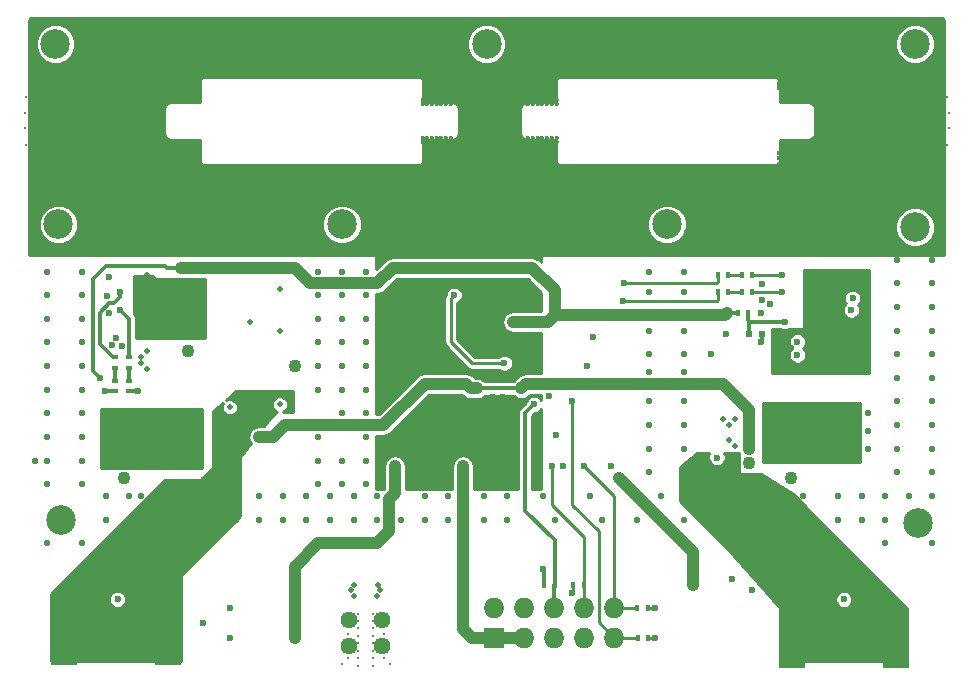
<source format=gbr>
G04 #@! TF.FileFunction,Copper,L4,Bot,Signal*
%FSLAX46Y46*%
G04 Gerber Fmt 4.6, Leading zero omitted, Abs format (unit mm)*
G04 Created by KiCad (PCBNEW 4.0.7) date Sun May 20 15:45:54 2018*
%MOMM*%
%LPD*%
G01*
G04 APERTURE LIST*
%ADD10C,0.100000*%
%ADD11C,0.550000*%
%ADD12R,0.400000X0.600000*%
%ADD13C,1.100000*%
%ADD14R,2.290000X5.080000*%
%ADD15C,0.360000*%
%ADD16R,0.600000X0.500000*%
%ADD17R,1.727200X1.727200*%
%ADD18O,1.727200X1.727200*%
%ADD19R,0.600000X0.400000*%
%ADD20C,2.500000*%
%ADD21C,1.440000*%
%ADD22C,0.254000*%
%ADD23C,0.600000*%
%ADD24C,0.510000*%
%ADD25C,1.000000*%
%ADD26C,0.340000*%
%ADD27C,0.250000*%
%ADD28C,0.254000*%
G04 APERTURE END LIST*
D10*
D11*
X188750000Y-28250000D03*
X128000000Y-26000000D03*
X130000000Y-31250000D03*
X124250000Y-28500000D03*
X125500000Y-28500000D03*
X127000000Y-28500000D03*
X127000000Y-29750000D03*
X125500000Y-32500000D03*
X124250000Y-31500000D03*
X185750000Y-29250000D03*
X185750000Y-32500000D03*
X183750000Y-32500000D03*
X183750000Y-31500000D03*
X186250000Y-28500000D03*
X190000000Y-28250000D03*
X133500000Y-52250000D03*
X133250000Y-55000000D03*
X135000000Y-55000000D03*
X133000000Y-57000000D03*
X135000000Y-57000000D03*
X129000000Y-69000000D03*
X121000000Y-69000000D03*
X125000000Y-65000000D03*
X129000000Y-66000000D03*
X127000000Y-63000000D03*
X131000000Y-63000000D03*
X139750000Y-51250000D03*
X137750000Y-52250000D03*
X179250000Y-65500000D03*
X190250000Y-69250000D03*
X182750000Y-69250000D03*
X179000000Y-62500000D03*
X182000000Y-65500000D03*
X186000000Y-64000000D03*
X133500000Y-59000000D03*
X133500000Y-61000000D03*
X181500000Y-61000000D03*
X179750000Y-59000000D03*
X130750000Y-36750000D03*
X130750000Y-38000000D03*
X129500000Y-37250000D03*
X156500000Y-25750000D03*
X156500000Y-29000000D03*
X119500000Y-31000000D03*
X189000000Y-32500000D03*
X191000000Y-32500000D03*
X191000000Y-31000000D03*
X194000000Y-31000000D03*
X156000000Y-49100000D03*
X157300000Y-49100000D03*
X158600000Y-49100000D03*
X186200000Y-44400000D03*
X184100000Y-44500000D03*
X183300000Y-44400000D03*
X183300000Y-41500000D03*
X186200000Y-41500000D03*
X126800000Y-44400000D03*
X129300000Y-44000000D03*
X129700000Y-44500000D03*
X129700000Y-41500000D03*
X126800000Y-41500000D03*
X173000000Y-48500000D03*
X170000000Y-48500000D03*
X170000000Y-41750000D03*
X173000000Y-41750000D03*
X166000000Y-61000000D03*
X162000000Y-61000000D03*
X147000000Y-59000000D03*
X147000000Y-61000000D03*
X143000000Y-61000000D03*
X143000000Y-59000000D03*
X141000000Y-61000000D03*
X141000000Y-59000000D03*
X139000000Y-59000000D03*
X139000000Y-61000000D03*
X137000000Y-61000000D03*
X137000000Y-59000000D03*
X145000000Y-61000000D03*
X145000000Y-59000000D03*
X144000000Y-52000000D03*
X146000000Y-52000000D03*
X146000000Y-40000000D03*
X144000000Y-40000000D03*
X142000000Y-40000000D03*
X142000000Y-42000000D03*
X144000000Y-42000000D03*
X146000000Y-42000000D03*
X146000000Y-44000000D03*
X144000000Y-44000000D03*
X142000000Y-44000000D03*
X142000000Y-46000000D03*
X144000000Y-46000000D03*
X146000000Y-46000000D03*
X146000000Y-48000000D03*
X144000000Y-48000000D03*
X142000000Y-48000000D03*
X144000000Y-50000000D03*
X142000000Y-50000000D03*
X146000000Y-50000000D03*
X146000000Y-54000000D03*
X142000000Y-54000000D03*
X144000000Y-58000000D03*
X144000000Y-56000000D03*
X146000000Y-56000000D03*
X142000000Y-56000000D03*
X142000000Y-58000000D03*
X146000000Y-58000000D03*
X149000000Y-61000000D03*
X151000000Y-59000000D03*
X151000000Y-61000000D03*
X153000000Y-61000000D03*
X153000000Y-59000000D03*
X156000000Y-59000000D03*
X156000000Y-61000000D03*
X158000000Y-61000000D03*
X158000000Y-59000000D03*
X161000000Y-59000000D03*
X165000000Y-59000000D03*
X135000000Y-61000000D03*
X135000000Y-59000000D03*
X132000000Y-61000000D03*
X132000000Y-59000000D03*
X130000000Y-59000000D03*
X130000000Y-61000000D03*
X127000000Y-61000000D03*
X127000000Y-59000000D03*
X126000000Y-59000000D03*
X126000000Y-61000000D03*
X124000000Y-59000000D03*
X124000000Y-63000000D03*
X119000000Y-63000000D03*
X122000000Y-63000000D03*
X122000000Y-58000000D03*
X119000000Y-58000000D03*
X119000000Y-56000000D03*
X122000000Y-56000000D03*
X122000000Y-54000000D03*
X119000000Y-54000000D03*
X119000000Y-52000000D03*
X122000000Y-52000000D03*
X122000000Y-50000000D03*
X119000000Y-50000000D03*
X119000000Y-48000000D03*
X122000000Y-48000000D03*
X122000000Y-46000000D03*
X119000000Y-46000000D03*
X119000000Y-44000000D03*
X122000000Y-44000000D03*
X122000000Y-42000000D03*
X119000000Y-42000000D03*
X119000000Y-40000000D03*
X122000000Y-40000000D03*
X118000000Y-38500000D03*
X121000000Y-38500000D03*
X122500000Y-38500000D03*
X125500000Y-38500000D03*
X127000000Y-38500000D03*
X127000000Y-37250000D03*
X125500000Y-37000000D03*
X124000000Y-36000000D03*
X122500000Y-34500000D03*
X121000000Y-33000000D03*
X118000000Y-33000000D03*
X118000000Y-22000000D03*
X118000000Y-23750000D03*
X156500000Y-33000000D03*
X156500000Y-31500000D03*
X156500000Y-23500000D03*
X157500000Y-23000000D03*
X155000000Y-23000000D03*
X153000000Y-23000000D03*
X153000000Y-21000000D03*
X153000000Y-19000000D03*
X189500000Y-23000000D03*
X189500000Y-21000000D03*
X189500000Y-19000000D03*
X179500000Y-23000000D03*
X179500000Y-21000000D03*
X179500000Y-19000000D03*
X181500000Y-23000000D03*
X181500000Y-21000000D03*
X183500000Y-19000000D03*
X183500000Y-23000000D03*
X183500000Y-21000000D03*
X181500000Y-19000000D03*
X185500000Y-23000000D03*
X187500000Y-21000000D03*
X187500000Y-23000000D03*
X187500000Y-19000000D03*
X185500000Y-19000000D03*
X185500000Y-21000000D03*
X169500000Y-23000000D03*
X169500000Y-21000000D03*
X169500000Y-19000000D03*
X171500000Y-23000000D03*
X171500000Y-21000000D03*
X173500000Y-19000000D03*
X173500000Y-23000000D03*
X173500000Y-21000000D03*
X171500000Y-19000000D03*
X175500000Y-23000000D03*
X177500000Y-21000000D03*
X177500000Y-23000000D03*
X177500000Y-19000000D03*
X175500000Y-19000000D03*
X175500000Y-21000000D03*
X159500000Y-23000000D03*
X159500000Y-21000000D03*
X159500000Y-19000000D03*
X161500000Y-23000000D03*
X161500000Y-21000000D03*
X163500000Y-19000000D03*
X163500000Y-23000000D03*
X163500000Y-21000000D03*
X161500000Y-19000000D03*
X165500000Y-23000000D03*
X167500000Y-21000000D03*
X167500000Y-23000000D03*
X167500000Y-19000000D03*
X165500000Y-19000000D03*
X165500000Y-21000000D03*
X143000000Y-23000000D03*
X143000000Y-21000000D03*
X143000000Y-19000000D03*
X145000000Y-23000000D03*
X145000000Y-21000000D03*
X147000000Y-19000000D03*
X147000000Y-23000000D03*
X147000000Y-21000000D03*
X145000000Y-19000000D03*
X149000000Y-23000000D03*
X151000000Y-21000000D03*
X151000000Y-23000000D03*
X151000000Y-19000000D03*
X149000000Y-19000000D03*
X149000000Y-21000000D03*
X133000000Y-23000000D03*
X133000000Y-21000000D03*
X133000000Y-19000000D03*
X135000000Y-23000000D03*
X135000000Y-21000000D03*
X137000000Y-19000000D03*
X137000000Y-23000000D03*
X137000000Y-21000000D03*
X135000000Y-19000000D03*
X139000000Y-23000000D03*
X141000000Y-21000000D03*
X141000000Y-23000000D03*
X141000000Y-19000000D03*
X139000000Y-19000000D03*
X139000000Y-21000000D03*
X131000000Y-23000000D03*
X129000000Y-23000000D03*
X129000000Y-21000000D03*
X131000000Y-21000000D03*
X131000000Y-19000000D03*
X129000000Y-19000000D03*
X127000000Y-23000000D03*
X125000000Y-23000000D03*
X125000000Y-21000000D03*
X127000000Y-21000000D03*
X127000000Y-19000000D03*
X125000000Y-19000000D03*
X123000000Y-19000000D03*
X123000000Y-21000000D03*
X123000000Y-23000000D03*
X169000000Y-61000000D03*
X171000000Y-59000000D03*
X173000000Y-61000000D03*
X173000000Y-59000000D03*
X194000000Y-39000000D03*
X191000000Y-39000000D03*
X191000000Y-41000000D03*
X194000000Y-41000000D03*
X194000000Y-43000000D03*
X191000000Y-43000000D03*
X191000000Y-45000000D03*
X194000000Y-45000000D03*
X194000000Y-47000000D03*
X191000000Y-47000000D03*
X191000000Y-49000000D03*
X194000000Y-49000000D03*
X194000000Y-51000000D03*
X191000000Y-51000000D03*
X194000000Y-63000000D03*
X191000000Y-53000000D03*
X194000000Y-53000000D03*
X194000000Y-55000000D03*
X191000000Y-55000000D03*
X191000000Y-57000000D03*
X194000000Y-57000000D03*
X194000000Y-59000000D03*
X192000000Y-59000000D03*
X190000000Y-59000000D03*
X190000000Y-61000000D03*
X190000000Y-63000000D03*
X188000000Y-59000000D03*
X188000000Y-61000000D03*
X186000000Y-61000000D03*
X186000000Y-59000000D03*
X179000000Y-61000000D03*
X177000000Y-61000000D03*
X175000000Y-61000000D03*
X183000000Y-61000000D03*
X183000000Y-59000000D03*
X181000000Y-59000000D03*
X177000000Y-59000000D03*
X175000000Y-59000000D03*
X173000000Y-57000000D03*
X170000000Y-57000000D03*
X173000000Y-55000000D03*
X170000000Y-55000000D03*
X170000000Y-53000000D03*
X173000000Y-53000000D03*
X173000000Y-51000000D03*
X170000000Y-51000000D03*
X170000000Y-47000000D03*
X173000000Y-47000000D03*
X173000000Y-45000000D03*
X170000000Y-45000000D03*
X166000000Y-38000000D03*
X164000000Y-38000000D03*
X162000000Y-38000000D03*
X160000000Y-38000000D03*
X158000000Y-38000000D03*
X156000000Y-38000000D03*
X154000000Y-38000000D03*
X152000000Y-38000000D03*
X152000000Y-36000000D03*
X154000000Y-36000000D03*
X156000000Y-36000000D03*
X158000000Y-36000000D03*
X160000000Y-36000000D03*
X162000000Y-36000000D03*
X164000000Y-36000000D03*
X166000000Y-36000000D03*
X168000000Y-36000000D03*
X168000000Y-38000000D03*
X170000000Y-40000000D03*
X170000000Y-38000000D03*
X173000000Y-40000000D03*
X173000000Y-38000000D03*
X175000000Y-38000000D03*
X175000000Y-36000000D03*
X177000000Y-36000000D03*
X177000000Y-38000000D03*
X179000000Y-38000000D03*
X179000000Y-36000000D03*
X181000000Y-36000000D03*
X181000000Y-38000000D03*
X183000000Y-38000000D03*
X183000000Y-36000000D03*
X187000000Y-36000000D03*
X187000000Y-38000000D03*
X189000000Y-38000000D03*
X189000000Y-36000000D03*
X194000000Y-34000000D03*
X191000000Y-34000000D03*
X189000000Y-34000000D03*
X187000000Y-34000000D03*
X183000000Y-34000000D03*
X181000000Y-34000000D03*
X179000000Y-34000000D03*
X177000000Y-34000000D03*
X175000000Y-34000000D03*
X173000000Y-34000000D03*
X170000000Y-34000000D03*
X168000000Y-34000000D03*
X166000000Y-34000000D03*
X164000000Y-34000000D03*
X162000000Y-34000000D03*
X160000000Y-34000000D03*
X158000000Y-34000000D03*
X156000000Y-34000000D03*
X154000000Y-34000000D03*
X152000000Y-34000000D03*
X150000000Y-34000000D03*
X150000000Y-36000000D03*
X150000000Y-38000000D03*
X148000000Y-38000000D03*
X148000000Y-36000000D03*
X148000000Y-34000000D03*
X146000000Y-34000000D03*
X146000000Y-38000000D03*
X142000000Y-38000000D03*
X142000000Y-34000000D03*
X140000000Y-34000000D03*
X140000000Y-36000000D03*
X140000000Y-38000000D03*
X138000000Y-38000000D03*
X138000000Y-36000000D03*
X138000000Y-34000000D03*
X136000000Y-34000000D03*
X136000000Y-36000000D03*
X136000000Y-38000000D03*
X134000000Y-38000000D03*
X134000000Y-36000000D03*
X134000000Y-34000000D03*
X132000000Y-36000000D03*
X132000000Y-38000000D03*
X129500000Y-38500000D03*
X152750000Y-41000000D03*
X151750000Y-41000000D03*
X151750000Y-44500000D03*
X150750000Y-44500000D03*
X150750000Y-46500000D03*
X160250000Y-53500000D03*
X158750000Y-53500000D03*
X155750000Y-53500000D03*
X156500000Y-24750000D03*
X156500000Y-30250000D03*
X121000000Y-31000000D03*
X194000000Y-32500000D03*
X194750000Y-23750000D03*
X121250000Y-23750000D03*
X118000000Y-31000000D03*
X124000000Y-38500000D03*
X124000000Y-61000000D03*
X118000000Y-56000000D03*
X130000000Y-53500000D03*
X131000000Y-53500000D03*
X132000000Y-53500000D03*
X130000000Y-55000000D03*
X131000000Y-55000000D03*
X132000000Y-55000000D03*
X132000000Y-52000000D03*
X131000000Y-52000000D03*
X130000000Y-52000000D03*
X129000000Y-53500000D03*
X128000000Y-53500000D03*
X127000000Y-53500000D03*
X124250000Y-53000000D03*
X124250000Y-54000000D03*
X125250000Y-54000000D03*
X125250000Y-53000000D03*
X126250000Y-53000000D03*
X126250000Y-54000000D03*
X126500000Y-55000000D03*
X125250000Y-55000000D03*
X124000000Y-55000000D03*
X124000000Y-52000000D03*
X125250000Y-52000000D03*
X185500000Y-53500000D03*
X184500000Y-53500000D03*
X183500000Y-53500000D03*
X180500000Y-54000000D03*
X180500000Y-53000000D03*
X181500000Y-54000000D03*
X181500000Y-53000000D03*
X182500000Y-53000000D03*
X182500000Y-54000000D03*
X183000000Y-55000000D03*
X181500000Y-55000000D03*
X180000000Y-55000000D03*
X180000000Y-52000000D03*
X181500000Y-52000000D03*
X183000000Y-52000000D03*
X188500000Y-52000000D03*
X187500000Y-52000000D03*
X186500000Y-52000000D03*
X186500000Y-53500000D03*
X187500000Y-53500000D03*
X188500000Y-53500000D03*
X188500000Y-55000000D03*
X187500000Y-55000000D03*
D12*
X178750000Y-41750000D03*
X177850000Y-41750000D03*
D13*
X125510000Y-57500000D03*
X130990000Y-46750000D03*
X139990000Y-48000000D03*
X182000000Y-57500000D03*
X187490000Y-47000000D03*
X125500000Y-24510000D03*
D14*
X120490000Y-70750000D03*
X129250000Y-70750000D03*
X182120000Y-71000000D03*
X190880000Y-71000000D03*
D15*
X150825000Y-28650000D03*
X150825000Y-25850000D03*
X131625000Y-24500000D03*
X131625000Y-30000000D03*
X130825000Y-24500000D03*
X130425000Y-24500000D03*
X130025000Y-24500000D03*
X130025000Y-24100000D03*
X130425000Y-24100000D03*
X130825000Y-24100000D03*
X131225000Y-24100000D03*
X131225000Y-30000000D03*
X130825000Y-30000000D03*
X130425000Y-30000000D03*
X130025000Y-30000000D03*
X131625000Y-30400000D03*
X131225000Y-30400000D03*
X130825000Y-30400000D03*
X130425000Y-30400000D03*
X130025000Y-30400000D03*
X129625000Y-24500000D03*
X129625000Y-24100000D03*
X151225000Y-28650000D03*
X151625000Y-28650000D03*
X152025000Y-28650000D03*
X152425000Y-28650000D03*
X152825000Y-28650000D03*
X153225000Y-28650000D03*
X153225000Y-29050000D03*
X152825000Y-29050000D03*
X152425000Y-29050000D03*
X152025000Y-29050000D03*
X151625000Y-29050000D03*
X151225000Y-29050000D03*
X150825000Y-29050000D03*
X151225000Y-25850000D03*
X151625000Y-25850000D03*
X152025000Y-25850000D03*
X152425000Y-25850000D03*
X152825000Y-25850000D03*
X153225000Y-25850000D03*
X153225000Y-25450000D03*
X152825000Y-25450000D03*
X152425000Y-25450000D03*
X152025000Y-25450000D03*
X151625000Y-25450000D03*
X151225000Y-25450000D03*
X150825000Y-25450000D03*
X131225000Y-24500000D03*
X132025000Y-24500000D03*
X132025000Y-24100000D03*
X131625000Y-24100000D03*
X132025000Y-30400000D03*
X132025000Y-30000000D03*
D16*
X178450000Y-45250000D03*
X179550000Y-45250000D03*
D17*
X156880000Y-71000000D03*
D18*
X156880000Y-68460000D03*
X159420000Y-71000000D03*
X159420000Y-68460000D03*
X161960000Y-71000000D03*
X161960000Y-68460000D03*
X164500000Y-71000000D03*
X164500000Y-68460000D03*
X167040000Y-71000000D03*
X167040000Y-68460000D03*
D19*
X126000000Y-49250000D03*
X126000000Y-50150000D03*
X124750000Y-49250000D03*
X124750000Y-50150000D03*
D12*
X178400000Y-43500000D03*
X177500000Y-43500000D03*
X176700000Y-41750000D03*
X175800000Y-41750000D03*
X176700000Y-40250000D03*
X175800000Y-40250000D03*
D19*
X126000000Y-47250000D03*
X126000000Y-48150000D03*
X124750000Y-47250000D03*
X124750000Y-48150000D03*
D12*
X178750000Y-40250000D03*
X177850000Y-40250000D03*
X161100000Y-66500000D03*
X162000000Y-66500000D03*
X169950000Y-71000000D03*
X169050000Y-71000000D03*
X169900000Y-68500000D03*
X169000000Y-68500000D03*
D15*
X162175000Y-25850000D03*
X162175000Y-28650000D03*
X181375000Y-30000000D03*
X181375000Y-24500000D03*
X182175000Y-30000000D03*
X182575000Y-30000000D03*
X182975000Y-30000000D03*
X182975000Y-30400000D03*
X182575000Y-30400000D03*
X182175000Y-30400000D03*
X181775000Y-30400000D03*
X181775000Y-24500000D03*
X182175000Y-24500000D03*
X182575000Y-24500000D03*
X182975000Y-24500000D03*
X181375000Y-24100000D03*
X181775000Y-24100000D03*
X182175000Y-24100000D03*
X182575000Y-24100000D03*
X182975000Y-24100000D03*
X183375000Y-30000000D03*
X183375000Y-30400000D03*
X161775000Y-25850000D03*
X161375000Y-25850000D03*
X160975000Y-25850000D03*
X160575000Y-25850000D03*
X160175000Y-25850000D03*
X159775000Y-25850000D03*
X159775000Y-25450000D03*
X160175000Y-25450000D03*
X160575000Y-25450000D03*
X160975000Y-25450000D03*
X161375000Y-25450000D03*
X161775000Y-25450000D03*
X162175000Y-25450000D03*
X161775000Y-28650000D03*
X161375000Y-28650000D03*
X160975000Y-28650000D03*
X160575000Y-28650000D03*
X160175000Y-28650000D03*
X159775000Y-28650000D03*
X159775000Y-29050000D03*
X160175000Y-29050000D03*
X160575000Y-29050000D03*
X160975000Y-29050000D03*
X161375000Y-29050000D03*
X161775000Y-29050000D03*
X162175000Y-29050000D03*
X181775000Y-30000000D03*
X180975000Y-30000000D03*
X180975000Y-30400000D03*
X181375000Y-30400000D03*
X180975000Y-24100000D03*
X180975000Y-24500000D03*
D12*
X163600000Y-66500000D03*
X164500000Y-66500000D03*
D20*
X192500000Y-36250000D03*
X120250000Y-61000000D03*
X192750000Y-61250000D03*
X120000000Y-36000000D03*
X144000000Y-36000000D03*
X171500000Y-36000000D03*
X119750000Y-20750000D03*
X192500000Y-20750000D03*
X156250000Y-20750000D03*
D13*
X178490000Y-56250000D03*
D11*
X186500000Y-55000000D03*
X126500000Y-52000000D03*
D21*
X120985000Y-28685000D03*
X118775000Y-28685000D03*
X118775000Y-25815000D03*
X120985000Y-25815000D03*
D22*
X119046000Y-27885000D03*
X120951000Y-27885000D03*
X121535200Y-27885000D03*
X120316000Y-27885000D03*
X119681000Y-27885000D03*
X118411000Y-27885000D03*
X117776000Y-27885000D03*
X117141000Y-27885000D03*
X117141000Y-26615000D03*
X117776000Y-26615000D03*
X118411000Y-26615000D03*
X119046000Y-26615000D03*
X119681000Y-26615000D03*
X120316000Y-26615000D03*
X120951000Y-26615000D03*
X121535200Y-26615000D03*
X119681000Y-27885000D03*
X119808000Y-28774000D03*
X117776000Y-28774000D03*
X117776000Y-25726000D03*
X119808000Y-25726000D03*
X117268000Y-25218000D03*
X117268000Y-29282000D03*
X117268000Y-29282000D03*
D21*
X191533000Y-25815000D03*
X193743000Y-25815000D03*
X193743000Y-28685000D03*
X191533000Y-28685000D03*
D22*
X193472000Y-26615000D03*
X191567000Y-26615000D03*
X190982800Y-26615000D03*
X192202000Y-26615000D03*
X192837000Y-26615000D03*
X194107000Y-26615000D03*
X194742000Y-26615000D03*
X195377000Y-26615000D03*
X195377000Y-27885000D03*
X194742000Y-27885000D03*
X194107000Y-27885000D03*
X193472000Y-27885000D03*
X192837000Y-27885000D03*
X192202000Y-27885000D03*
X191567000Y-27885000D03*
X190982800Y-27885000D03*
X192837000Y-26615000D03*
X192710000Y-25726000D03*
X194742000Y-25726000D03*
X194742000Y-28774000D03*
X192710000Y-28774000D03*
X195250000Y-29282000D03*
X195250000Y-25218000D03*
X195250000Y-25218000D03*
D21*
X147435000Y-69515000D03*
X147435000Y-71725000D03*
X144565000Y-71725000D03*
X144565000Y-69515000D03*
D22*
X146635000Y-71454000D03*
X146635000Y-69549000D03*
X146635000Y-68964800D03*
X146635000Y-70184000D03*
X146635000Y-70819000D03*
X146635000Y-72089000D03*
X146635000Y-72724000D03*
X146635000Y-73359000D03*
X145365000Y-73359000D03*
X145365000Y-72724000D03*
X145365000Y-72089000D03*
X145365000Y-71454000D03*
X145365000Y-70819000D03*
X145365000Y-70184000D03*
X145365000Y-69549000D03*
X145365000Y-68964800D03*
X146635000Y-70819000D03*
X147524000Y-70692000D03*
X147524000Y-72724000D03*
X144476000Y-72724000D03*
X144476000Y-70692000D03*
X143968000Y-73232000D03*
X148032000Y-73232000D03*
X148032000Y-73232000D03*
D23*
X167450001Y-57450001D03*
X173750000Y-66500000D03*
D24*
X144750000Y-67000000D03*
X147250000Y-67000000D03*
D23*
X124100000Y-42100000D03*
X124299272Y-43549272D03*
X124900000Y-45600000D03*
X125399990Y-46282603D03*
X137750000Y-50500000D03*
X161000000Y-65200000D03*
D24*
X151637500Y-43500000D03*
X150862500Y-43500000D03*
X151637500Y-42600000D03*
X150862500Y-42600000D03*
X150750000Y-45250000D03*
X151750000Y-42000000D03*
X150750000Y-42000000D03*
X150750000Y-41000000D03*
D23*
X151500000Y-45250000D03*
X147500000Y-42500000D03*
X148250000Y-41750000D03*
X154500000Y-41000000D03*
X157500000Y-41500000D03*
X155750000Y-46000000D03*
X154500000Y-46000000D03*
X179500000Y-46000000D03*
X124500000Y-46250000D03*
X124250000Y-40500000D03*
X137000000Y-53000000D03*
X179532950Y-42375010D03*
X180250000Y-42750000D03*
X179547215Y-41023607D03*
X175250000Y-47000000D03*
X178750000Y-67000000D03*
X153750000Y-48250000D03*
X151750000Y-48250000D03*
X156825000Y-51900000D03*
X157675000Y-51900000D03*
X157675000Y-50600000D03*
X156825000Y-50600000D03*
X156750000Y-57500000D03*
X157750000Y-56750000D03*
X159250000Y-51250000D03*
X161500000Y-50500000D03*
X152750000Y-54000000D03*
X152750000Y-52500000D03*
X151750000Y-53250000D03*
X154500000Y-48500000D03*
X152750000Y-47250000D03*
X177000000Y-66000000D03*
X160746454Y-56449991D03*
X166746454Y-56449991D03*
X162746454Y-56449991D03*
X163500000Y-67250000D03*
X165250000Y-45500000D03*
X170500000Y-71000000D03*
X170500000Y-68500000D03*
X134500000Y-71000000D03*
X134500000Y-68500000D03*
X132250000Y-69750000D03*
X182000000Y-68000000D03*
X191000000Y-68000000D03*
X129250000Y-67750000D03*
X120500000Y-67750000D03*
X179500000Y-43500000D03*
X176500000Y-45250000D03*
X182000000Y-46500000D03*
D24*
X184010494Y-47080010D03*
X185500000Y-45419990D03*
X145000000Y-67500000D03*
X144994998Y-66500000D03*
X147000000Y-67500000D03*
X147055002Y-66500000D03*
X128250000Y-32750000D03*
X128250000Y-32250000D03*
X128750000Y-32750000D03*
X127750000Y-32750000D03*
X127500000Y-31000000D03*
X129000000Y-31000000D03*
X127500000Y-34250000D03*
X129000000Y-34250000D03*
X127750000Y-32250000D03*
X128750000Y-32250000D03*
X131000000Y-42750000D03*
X127500000Y-44500000D03*
X127250000Y-40750000D03*
X127500000Y-40250000D03*
X185750000Y-45000000D03*
X185500000Y-44500000D03*
X183500000Y-47500000D03*
X183500000Y-48000000D03*
X184000000Y-48500000D03*
X129250000Y-45000000D03*
X129000000Y-45500000D03*
X129000000Y-44500000D03*
X127000000Y-47250000D03*
X127000000Y-47750000D03*
X127500000Y-48250000D03*
X127500000Y-46750000D03*
X136250000Y-44250000D03*
X185750000Y-44000000D03*
X183768884Y-44056653D03*
X185731116Y-41943347D03*
X183768884Y-41943347D03*
X184000000Y-41250000D03*
X184000000Y-40250000D03*
X183750000Y-40750000D03*
X176250000Y-52500000D03*
X177250000Y-54750000D03*
X177250000Y-52500000D03*
X176750000Y-54250000D03*
X176750000Y-53000000D03*
X185250000Y-43250000D03*
X184250000Y-43250000D03*
X184250000Y-42750000D03*
X185250000Y-42750000D03*
X127750000Y-43250000D03*
X128750000Y-43250000D03*
X128750000Y-42750000D03*
X127750000Y-42750000D03*
X127500000Y-41500000D03*
X129000000Y-41500000D03*
X138750000Y-45000000D03*
X138750000Y-41500000D03*
D23*
X182565694Y-45934306D03*
X187124990Y-43250000D03*
X182565694Y-47065694D03*
X187250000Y-42250000D03*
D24*
X138750000Y-51250000D03*
D23*
X125000000Y-67750000D03*
X175750000Y-55750000D03*
X186500000Y-67750000D03*
X137000000Y-54000000D03*
X151000000Y-49500000D03*
D24*
X178500000Y-55000000D03*
X134500000Y-51500000D03*
D23*
X125250000Y-43250000D03*
X125250000Y-41750000D03*
X181500000Y-44250000D03*
X181250000Y-41750000D03*
X181250000Y-40250000D03*
X158500000Y-44250000D03*
X123500000Y-49000000D03*
X160250000Y-51250000D03*
X161746454Y-56449991D03*
X163500000Y-51000000D03*
X164513883Y-56449991D03*
X126699342Y-50097148D03*
X162101231Y-53851231D03*
X123900000Y-50100000D03*
X164750000Y-48000000D03*
X167800000Y-42500000D03*
X167900000Y-41000000D03*
X157750000Y-47750000D03*
X153500000Y-42000000D03*
X148500000Y-56500000D03*
X140000000Y-71000000D03*
X154250000Y-56500000D03*
D25*
X173750000Y-66500000D02*
X173750000Y-63750000D01*
X173750000Y-63750000D02*
X167450001Y-57450001D01*
D26*
X129250000Y-70750000D02*
X129250000Y-67750000D01*
X161100000Y-66500000D02*
X161100000Y-65300000D01*
X161100000Y-65300000D02*
X161000000Y-65200000D01*
X179550000Y-45250000D02*
X179550000Y-45950000D01*
X179550000Y-45950000D02*
X179500000Y-46000000D01*
D27*
X163600000Y-66500000D02*
X163600000Y-67150000D01*
X163600000Y-67150000D02*
X163500000Y-67250000D01*
X163600000Y-66500000D02*
X163600000Y-66600000D01*
X169950000Y-71000000D02*
X170500000Y-71000000D01*
X169900000Y-68500000D02*
X170500000Y-68500000D01*
D26*
X190880000Y-71000000D02*
X190880000Y-68120000D01*
X190880000Y-68120000D02*
X191000000Y-68000000D01*
X182120000Y-71000000D02*
X182120000Y-68120000D01*
X182120000Y-68120000D02*
X182000000Y-68000000D01*
X120490000Y-70750000D02*
X120490000Y-67760000D01*
X120490000Y-67760000D02*
X120500000Y-67750000D01*
D25*
X151000000Y-49500000D02*
X147500000Y-53000000D01*
X147500000Y-53000000D02*
X139200000Y-53000000D01*
X138200000Y-54000000D02*
X137000000Y-54000000D01*
X139200000Y-53000000D02*
X138200000Y-54000000D01*
D26*
X155460598Y-49900000D02*
X159200000Y-49900000D01*
D25*
X159600000Y-49500000D02*
X159200000Y-49900000D01*
X176250000Y-49500000D02*
X159600000Y-49500000D01*
X154900000Y-49900000D02*
X155460598Y-49900000D01*
X154500000Y-49500000D02*
X154900000Y-49900000D01*
X151000000Y-49500000D02*
X154500000Y-49500000D01*
X176250000Y-49500000D02*
X178500000Y-51750000D01*
X178500000Y-51750000D02*
X178500000Y-55000000D01*
D26*
X126000000Y-44000000D02*
X125250000Y-43250000D01*
X126000000Y-44000000D02*
X126000000Y-47250000D01*
X124650000Y-47250000D02*
X124750000Y-47250000D01*
X123500000Y-46100000D02*
X124650000Y-47250000D01*
X124299999Y-42700001D02*
X123500000Y-43500000D01*
X124724263Y-42700001D02*
X124299999Y-42700001D01*
X125250000Y-42174264D02*
X124724263Y-42700001D01*
X125250000Y-41750000D02*
X125250000Y-42174264D01*
X123500000Y-43500000D02*
X123500000Y-46100000D01*
X178450000Y-45250000D02*
X178450000Y-44190000D01*
X178450000Y-44190000D02*
X178400000Y-44140000D01*
X178510000Y-44250000D02*
X181500000Y-44250000D01*
X178400000Y-43500000D02*
X178400000Y-44140000D01*
X178400000Y-44140000D02*
X178510000Y-44250000D01*
D27*
X178750000Y-41750000D02*
X181250000Y-41750000D01*
X178750000Y-40250000D02*
X181250000Y-40250000D01*
D25*
X162000000Y-43700000D02*
X162000000Y-41600000D01*
X141300000Y-41000000D02*
X140000000Y-39700000D01*
X162000000Y-41600000D02*
X160100000Y-39700000D01*
X147000000Y-41000000D02*
X141300000Y-41000000D01*
X160100000Y-39700000D02*
X148300000Y-39700000D01*
X148300000Y-39700000D02*
X147000000Y-41000000D01*
X140000000Y-39700000D02*
X130400000Y-39700000D01*
D26*
X122900000Y-40600000D02*
X122900000Y-48400000D01*
X122900000Y-48400000D02*
X123500000Y-49000000D01*
X124000000Y-39500000D02*
X122900000Y-40600000D01*
X129000000Y-39500000D02*
X124000000Y-39500000D01*
X129200000Y-39700000D02*
X129000000Y-39500000D01*
X130400000Y-39700000D02*
X129200000Y-39700000D01*
X177500000Y-43500000D02*
X176600000Y-43500000D01*
D25*
X158500000Y-44250000D02*
X161450000Y-44250000D01*
X161450000Y-44250000D02*
X162000000Y-43700000D01*
X162000000Y-43700000D02*
X176400000Y-43700000D01*
X176400000Y-43700000D02*
X176600000Y-43500000D01*
D26*
X159500000Y-60250000D02*
X159500000Y-52000000D01*
X159500000Y-52000000D02*
X160250000Y-51250000D01*
X162000000Y-62750000D02*
X159500000Y-60250000D01*
X162000000Y-66500000D02*
X162000000Y-62750000D01*
X161960000Y-68460000D02*
X161960000Y-66540000D01*
X161960000Y-66540000D02*
X162000000Y-66500000D01*
D27*
X161746454Y-59746454D02*
X161746454Y-56449991D01*
X164500000Y-66500000D02*
X164500000Y-62500000D01*
X164500000Y-62500000D02*
X161746454Y-59746454D01*
X164500000Y-66500000D02*
X164500000Y-68460000D01*
X163500000Y-59750000D02*
X163500000Y-51000000D01*
X167040000Y-71000000D02*
X165750000Y-69710000D01*
X165750000Y-62000000D02*
X163500000Y-59750000D01*
X165750000Y-69710000D02*
X165750000Y-62000000D01*
X169050000Y-71000000D02*
X167040000Y-71000000D01*
X167040000Y-58976108D02*
X164513883Y-56449991D01*
X167040000Y-68460000D02*
X167040000Y-58976108D01*
X167040000Y-68460000D02*
X168960000Y-68460000D01*
X168960000Y-68460000D02*
X169000000Y-68500000D01*
D26*
X126646490Y-50150000D02*
X126699342Y-50097148D01*
X126000000Y-50150000D02*
X126646490Y-50150000D01*
X124750000Y-50150000D02*
X123950000Y-50150000D01*
X123950000Y-50150000D02*
X123900000Y-50100000D01*
D27*
X167800000Y-42500000D02*
X175750000Y-42500000D01*
X175800000Y-41750000D02*
X175800000Y-42450000D01*
X175800000Y-42450000D02*
X175750000Y-42500000D01*
X167900000Y-41000000D02*
X175699998Y-41000000D01*
X175699998Y-41000000D02*
X175800000Y-40899998D01*
X175800000Y-40250000D02*
X175800000Y-40899998D01*
X153200001Y-45950001D02*
X155000000Y-47750000D01*
X155000000Y-47750000D02*
X157750000Y-47750000D01*
X153500000Y-42000000D02*
X153200001Y-42299999D01*
X153200001Y-42299999D02*
X153200001Y-45950001D01*
D25*
X140000000Y-65000000D02*
X140000000Y-71000000D01*
X147000000Y-63000000D02*
X142000000Y-63000000D01*
X142000000Y-63000000D02*
X140000000Y-65000000D01*
X148000000Y-62000000D02*
X147000000Y-63000000D01*
X148000000Y-59250000D02*
X148000000Y-62000000D01*
X148500000Y-58750000D02*
X148000000Y-59250000D01*
X148500000Y-56500000D02*
X148500000Y-58750000D01*
X154250000Y-56500000D02*
X154250000Y-70233600D01*
X154250000Y-70233600D02*
X155016400Y-71000000D01*
X155016400Y-71000000D02*
X156880000Y-71000000D01*
X159420000Y-71000000D02*
X156880000Y-71000000D01*
D26*
X126000000Y-48150000D02*
X126000000Y-49250000D01*
X124750000Y-49250000D02*
X124750000Y-48150000D01*
D27*
X176700000Y-41750000D02*
X177850000Y-41750000D01*
X177850000Y-40250000D02*
X176700000Y-40250000D01*
D28*
G36*
X132123000Y-56623000D02*
X123627000Y-56623000D01*
X123627000Y-51627000D01*
X132123000Y-51627000D01*
X132123000Y-56623000D01*
X132123000Y-56623000D01*
G37*
X132123000Y-56623000D02*
X123627000Y-56623000D01*
X123627000Y-51627000D01*
X132123000Y-51627000D01*
X132123000Y-56623000D01*
G36*
X187873000Y-56123000D02*
X179627000Y-56123000D01*
X179627000Y-55040219D01*
X179635000Y-55000000D01*
X179635000Y-51750000D01*
X179627000Y-51709781D01*
X179627000Y-51127000D01*
X187873000Y-51127000D01*
X187873000Y-56123000D01*
X187873000Y-56123000D01*
G37*
X187873000Y-56123000D02*
X179627000Y-56123000D01*
X179627000Y-55040219D01*
X179635000Y-55000000D01*
X179635000Y-51750000D01*
X179627000Y-51709781D01*
X179627000Y-51127000D01*
X187873000Y-51127000D01*
X187873000Y-56123000D01*
G36*
X154244512Y-50555488D02*
X154545252Y-50756436D01*
X154900000Y-50827000D01*
X155460598Y-50827000D01*
X155815346Y-50756436D01*
X156116086Y-50555488D01*
X156155166Y-50497000D01*
X158505432Y-50497000D01*
X158544512Y-50555488D01*
X158845253Y-50756436D01*
X159200000Y-50827000D01*
X159554747Y-50756436D01*
X159855488Y-50555488D01*
X159983976Y-50427000D01*
X160873000Y-50427000D01*
X160873000Y-50854021D01*
X160866680Y-50838725D01*
X160662350Y-50634039D01*
X160395244Y-50523126D01*
X160106025Y-50522874D01*
X159838725Y-50633320D01*
X159634039Y-50837650D01*
X159523126Y-51104756D01*
X159523102Y-51132612D01*
X159077857Y-51577857D01*
X158948444Y-51771538D01*
X158903000Y-52000000D01*
X158903000Y-58373000D01*
X155177000Y-58373000D01*
X155177000Y-56500000D01*
X155106436Y-56145252D01*
X154905488Y-55844512D01*
X154604748Y-55643564D01*
X154250000Y-55573000D01*
X153895252Y-55643564D01*
X153594512Y-55844512D01*
X153393564Y-56145252D01*
X153323000Y-56500000D01*
X153323000Y-58373000D01*
X149427000Y-58373000D01*
X149427000Y-56500000D01*
X149356436Y-56145252D01*
X149155488Y-55844512D01*
X148854748Y-55643564D01*
X148500000Y-55573000D01*
X148145252Y-55643564D01*
X147844512Y-55844512D01*
X147643564Y-56145252D01*
X147573000Y-56500000D01*
X147573000Y-58366024D01*
X147566024Y-58373000D01*
X146877000Y-58373000D01*
X146877000Y-53927000D01*
X147500000Y-53927000D01*
X147854748Y-53856436D01*
X148155488Y-53655488D01*
X151383976Y-50427000D01*
X154116024Y-50427000D01*
X154244512Y-50555488D01*
X154244512Y-50555488D01*
G37*
X154244512Y-50555488D02*
X154545252Y-50756436D01*
X154900000Y-50827000D01*
X155460598Y-50827000D01*
X155815346Y-50756436D01*
X156116086Y-50555488D01*
X156155166Y-50497000D01*
X158505432Y-50497000D01*
X158544512Y-50555488D01*
X158845253Y-50756436D01*
X159200000Y-50827000D01*
X159554747Y-50756436D01*
X159855488Y-50555488D01*
X159983976Y-50427000D01*
X160873000Y-50427000D01*
X160873000Y-50854021D01*
X160866680Y-50838725D01*
X160662350Y-50634039D01*
X160395244Y-50523126D01*
X160106025Y-50522874D01*
X159838725Y-50633320D01*
X159634039Y-50837650D01*
X159523126Y-51104756D01*
X159523102Y-51132612D01*
X159077857Y-51577857D01*
X158948444Y-51771538D01*
X158903000Y-52000000D01*
X158903000Y-58373000D01*
X155177000Y-58373000D01*
X155177000Y-56500000D01*
X155106436Y-56145252D01*
X154905488Y-55844512D01*
X154604748Y-55643564D01*
X154250000Y-55573000D01*
X153895252Y-55643564D01*
X153594512Y-55844512D01*
X153393564Y-56145252D01*
X153323000Y-56500000D01*
X153323000Y-58373000D01*
X149427000Y-58373000D01*
X149427000Y-56500000D01*
X149356436Y-56145252D01*
X149155488Y-55844512D01*
X148854748Y-55643564D01*
X148500000Y-55573000D01*
X148145252Y-55643564D01*
X147844512Y-55844512D01*
X147643564Y-56145252D01*
X147573000Y-56500000D01*
X147573000Y-58366024D01*
X147566024Y-58373000D01*
X146877000Y-58373000D01*
X146877000Y-53927000D01*
X147500000Y-53927000D01*
X147854748Y-53856436D01*
X148155488Y-53655488D01*
X151383976Y-50427000D01*
X154116024Y-50427000D01*
X154244512Y-50555488D01*
G36*
X160873000Y-58373000D02*
X160097000Y-58373000D01*
X160097000Y-52247286D01*
X160367183Y-51977103D01*
X160393975Y-51977126D01*
X160661275Y-51866680D01*
X160865961Y-51662350D01*
X160873000Y-51645398D01*
X160873000Y-58373000D01*
X160873000Y-58373000D01*
G37*
X160873000Y-58373000D02*
X160097000Y-58373000D01*
X160097000Y-52247286D01*
X160367183Y-51977103D01*
X160393975Y-51977126D01*
X160661275Y-51866680D01*
X160865961Y-51662350D01*
X160873000Y-51645398D01*
X160873000Y-58373000D01*
G36*
X160873000Y-41783976D02*
X160873000Y-43323000D01*
X158500000Y-43323000D01*
X158145252Y-43393564D01*
X157844512Y-43594512D01*
X157643564Y-43895252D01*
X157573000Y-44250000D01*
X157643564Y-44604748D01*
X157844512Y-44905488D01*
X158145252Y-45106436D01*
X158500000Y-45177000D01*
X160873000Y-45177000D01*
X160873000Y-48573000D01*
X159600000Y-48573000D01*
X159245252Y-48643564D01*
X159051726Y-48772874D01*
X158944512Y-48844512D01*
X158544512Y-49244512D01*
X158505432Y-49303000D01*
X156155166Y-49303000D01*
X156116086Y-49244512D01*
X155815346Y-49043564D01*
X155460598Y-48973000D01*
X155283976Y-48973000D01*
X155155488Y-48844512D01*
X155048274Y-48772874D01*
X154854748Y-48643564D01*
X154500000Y-48573000D01*
X151000000Y-48573000D01*
X150645252Y-48643564D01*
X150451726Y-48772874D01*
X150344512Y-48844512D01*
X147116024Y-52073000D01*
X146877000Y-52073000D01*
X146877000Y-42299999D01*
X152648001Y-42299999D01*
X152648001Y-45950001D01*
X152690019Y-46161243D01*
X152809678Y-46340324D01*
X154609677Y-48140323D01*
X154788758Y-48259982D01*
X155000000Y-48302000D01*
X157273800Y-48302000D01*
X157337650Y-48365961D01*
X157604756Y-48476874D01*
X157893975Y-48477126D01*
X158161275Y-48366680D01*
X158365961Y-48162350D01*
X158476874Y-47895244D01*
X158477126Y-47606025D01*
X158366680Y-47338725D01*
X158162350Y-47134039D01*
X157895244Y-47023126D01*
X157606025Y-47022874D01*
X157338725Y-47133320D01*
X157273932Y-47198000D01*
X155228646Y-47198000D01*
X153752001Y-45721355D01*
X153752001Y-42682491D01*
X153911275Y-42616680D01*
X154115961Y-42412350D01*
X154226874Y-42145244D01*
X154227126Y-41856025D01*
X154116680Y-41588725D01*
X153912350Y-41384039D01*
X153645244Y-41273126D01*
X153356025Y-41272874D01*
X153088725Y-41383320D01*
X152884039Y-41587650D01*
X152773126Y-41854756D01*
X152773030Y-41964523D01*
X152690019Y-42088757D01*
X152675381Y-42162350D01*
X152648001Y-42299999D01*
X146877000Y-42299999D01*
X146877000Y-41927000D01*
X147000000Y-41927000D01*
X147354748Y-41856436D01*
X147655488Y-41655488D01*
X148683976Y-40627000D01*
X159716024Y-40627000D01*
X160873000Y-41783976D01*
X160873000Y-41783976D01*
G37*
X160873000Y-41783976D02*
X160873000Y-43323000D01*
X158500000Y-43323000D01*
X158145252Y-43393564D01*
X157844512Y-43594512D01*
X157643564Y-43895252D01*
X157573000Y-44250000D01*
X157643564Y-44604748D01*
X157844512Y-44905488D01*
X158145252Y-45106436D01*
X158500000Y-45177000D01*
X160873000Y-45177000D01*
X160873000Y-48573000D01*
X159600000Y-48573000D01*
X159245252Y-48643564D01*
X159051726Y-48772874D01*
X158944512Y-48844512D01*
X158544512Y-49244512D01*
X158505432Y-49303000D01*
X156155166Y-49303000D01*
X156116086Y-49244512D01*
X155815346Y-49043564D01*
X155460598Y-48973000D01*
X155283976Y-48973000D01*
X155155488Y-48844512D01*
X155048274Y-48772874D01*
X154854748Y-48643564D01*
X154500000Y-48573000D01*
X151000000Y-48573000D01*
X150645252Y-48643564D01*
X150451726Y-48772874D01*
X150344512Y-48844512D01*
X147116024Y-52073000D01*
X146877000Y-52073000D01*
X146877000Y-42299999D01*
X152648001Y-42299999D01*
X152648001Y-45950001D01*
X152690019Y-46161243D01*
X152809678Y-46340324D01*
X154609677Y-48140323D01*
X154788758Y-48259982D01*
X155000000Y-48302000D01*
X157273800Y-48302000D01*
X157337650Y-48365961D01*
X157604756Y-48476874D01*
X157893975Y-48477126D01*
X158161275Y-48366680D01*
X158365961Y-48162350D01*
X158476874Y-47895244D01*
X158477126Y-47606025D01*
X158366680Y-47338725D01*
X158162350Y-47134039D01*
X157895244Y-47023126D01*
X157606025Y-47022874D01*
X157338725Y-47133320D01*
X157273932Y-47198000D01*
X155228646Y-47198000D01*
X153752001Y-45721355D01*
X153752001Y-42682491D01*
X153911275Y-42616680D01*
X154115961Y-42412350D01*
X154226874Y-42145244D01*
X154227126Y-41856025D01*
X154116680Y-41588725D01*
X153912350Y-41384039D01*
X153645244Y-41273126D01*
X153356025Y-41272874D01*
X153088725Y-41383320D01*
X152884039Y-41587650D01*
X152773126Y-41854756D01*
X152773030Y-41964523D01*
X152690019Y-42088757D01*
X152675381Y-42162350D01*
X152648001Y-42299999D01*
X146877000Y-42299999D01*
X146877000Y-41927000D01*
X147000000Y-41927000D01*
X147354748Y-41856436D01*
X147655488Y-41655488D01*
X148683976Y-40627000D01*
X159716024Y-40627000D01*
X160873000Y-41783976D01*
G36*
X194841142Y-18529963D02*
X194918408Y-18581592D01*
X194970037Y-18658858D01*
X194998000Y-18799441D01*
X194998000Y-38623000D01*
X161000000Y-38623000D01*
X160950590Y-38633006D01*
X160908965Y-38661447D01*
X160881685Y-38703841D01*
X160873000Y-38750000D01*
X160873000Y-39162024D01*
X160755488Y-39044512D01*
X160543700Y-38903000D01*
X160454748Y-38843564D01*
X160100000Y-38773000D01*
X148300000Y-38773000D01*
X147945253Y-38843563D01*
X147644512Y-39044512D01*
X146877000Y-39812024D01*
X146877000Y-38750000D01*
X146866994Y-38700590D01*
X146838553Y-38658965D01*
X146796159Y-38631685D01*
X146750000Y-38623000D01*
X117502000Y-38623000D01*
X117502000Y-36332112D01*
X118322710Y-36332112D01*
X118577480Y-36948703D01*
X119048816Y-37420862D01*
X119664961Y-37676708D01*
X120332112Y-37677290D01*
X120948703Y-37422520D01*
X121420862Y-36951184D01*
X121676708Y-36335039D01*
X121676710Y-36332112D01*
X142322710Y-36332112D01*
X142577480Y-36948703D01*
X143048816Y-37420862D01*
X143664961Y-37676708D01*
X144332112Y-37677290D01*
X144948703Y-37422520D01*
X145420862Y-36951184D01*
X145676708Y-36335039D01*
X145676710Y-36332112D01*
X169822710Y-36332112D01*
X170077480Y-36948703D01*
X170548816Y-37420862D01*
X171164961Y-37676708D01*
X171832112Y-37677290D01*
X172448703Y-37422520D01*
X172920862Y-36951184D01*
X173074114Y-36582112D01*
X190822710Y-36582112D01*
X191077480Y-37198703D01*
X191548816Y-37670862D01*
X192164961Y-37926708D01*
X192832112Y-37927290D01*
X193448703Y-37672520D01*
X193920862Y-37201184D01*
X194176708Y-36585039D01*
X194177290Y-35917888D01*
X193922520Y-35301297D01*
X193451184Y-34829138D01*
X192835039Y-34573292D01*
X192167888Y-34572710D01*
X191551297Y-34827480D01*
X191079138Y-35298816D01*
X190823292Y-35914961D01*
X190822710Y-36582112D01*
X173074114Y-36582112D01*
X173176708Y-36335039D01*
X173177290Y-35667888D01*
X172922520Y-35051297D01*
X172451184Y-34579138D01*
X171835039Y-34323292D01*
X171167888Y-34322710D01*
X170551297Y-34577480D01*
X170079138Y-35048816D01*
X169823292Y-35664961D01*
X169822710Y-36332112D01*
X145676710Y-36332112D01*
X145677290Y-35667888D01*
X145422520Y-35051297D01*
X144951184Y-34579138D01*
X144335039Y-34323292D01*
X143667888Y-34322710D01*
X143051297Y-34577480D01*
X142579138Y-35048816D01*
X142323292Y-35664961D01*
X142322710Y-36332112D01*
X121676710Y-36332112D01*
X121677290Y-35667888D01*
X121422520Y-35051297D01*
X120951184Y-34579138D01*
X120335039Y-34323292D01*
X119667888Y-34322710D01*
X119051297Y-34577480D01*
X118579138Y-35048816D01*
X118323292Y-35664961D01*
X118322710Y-36332112D01*
X117502000Y-36332112D01*
X117502000Y-26150000D01*
X128948000Y-26150000D01*
X128948000Y-28350000D01*
X128986212Y-28542107D01*
X129095032Y-28704968D01*
X129257893Y-28813788D01*
X129450000Y-28852000D01*
X131948000Y-28852000D01*
X131948000Y-30500000D01*
X131986212Y-30692107D01*
X132095032Y-30854968D01*
X132257893Y-30963788D01*
X132450000Y-31002000D01*
X150400000Y-31002000D01*
X150592107Y-30963788D01*
X150754968Y-30854968D01*
X150863788Y-30692107D01*
X150902000Y-30500000D01*
X150902000Y-28852000D01*
X153400000Y-28852000D01*
X153592107Y-28813788D01*
X153754968Y-28704968D01*
X153863788Y-28542107D01*
X153902000Y-28350000D01*
X153902000Y-26150000D01*
X159098000Y-26150000D01*
X159098000Y-28350000D01*
X159136212Y-28542107D01*
X159245032Y-28704968D01*
X159407893Y-28813788D01*
X159600000Y-28852000D01*
X162098000Y-28852000D01*
X162098000Y-30500000D01*
X162136212Y-30692107D01*
X162245032Y-30854968D01*
X162407893Y-30963788D01*
X162600000Y-31002000D01*
X180600000Y-31002000D01*
X180792107Y-30963788D01*
X180954968Y-30854968D01*
X181063788Y-30692107D01*
X181102000Y-30500000D01*
X181102000Y-28852000D01*
X183550000Y-28852000D01*
X183742107Y-28813788D01*
X183904968Y-28704968D01*
X184013788Y-28542107D01*
X184052000Y-28350000D01*
X184052000Y-26150000D01*
X184013788Y-25957893D01*
X183904968Y-25795032D01*
X183742107Y-25686212D01*
X183550000Y-25648000D01*
X181052000Y-25648000D01*
X181052000Y-24000000D01*
X181013788Y-23807893D01*
X180904968Y-23645032D01*
X180742107Y-23536212D01*
X180550000Y-23498000D01*
X162600000Y-23498000D01*
X162407893Y-23536212D01*
X162245032Y-23645032D01*
X162136212Y-23807893D01*
X162098000Y-24000000D01*
X162098000Y-25648000D01*
X159600000Y-25648000D01*
X159407893Y-25686212D01*
X159245032Y-25795032D01*
X159136212Y-25957893D01*
X159098000Y-26150000D01*
X153902000Y-26150000D01*
X153863788Y-25957893D01*
X153754968Y-25795032D01*
X153592107Y-25686212D01*
X153400000Y-25648000D01*
X150902000Y-25648000D01*
X150902000Y-24000000D01*
X150863788Y-23807893D01*
X150754968Y-23645032D01*
X150592107Y-23536212D01*
X150400000Y-23498000D01*
X132450000Y-23498000D01*
X132257893Y-23536212D01*
X132095032Y-23645032D01*
X131986212Y-23807893D01*
X131948000Y-24000000D01*
X131948000Y-25648000D01*
X129450000Y-25648000D01*
X129257893Y-25686212D01*
X129095032Y-25795032D01*
X128986212Y-25957893D01*
X128948000Y-26150000D01*
X117502000Y-26150000D01*
X117502000Y-21082112D01*
X118072710Y-21082112D01*
X118327480Y-21698703D01*
X118798816Y-22170862D01*
X119414961Y-22426708D01*
X120082112Y-22427290D01*
X120698703Y-22172520D01*
X121170862Y-21701184D01*
X121426708Y-21085039D01*
X121426710Y-21082112D01*
X154572710Y-21082112D01*
X154827480Y-21698703D01*
X155298816Y-22170862D01*
X155914961Y-22426708D01*
X156582112Y-22427290D01*
X157198703Y-22172520D01*
X157670862Y-21701184D01*
X157926708Y-21085039D01*
X157926710Y-21082112D01*
X190822710Y-21082112D01*
X191077480Y-21698703D01*
X191548816Y-22170862D01*
X192164961Y-22426708D01*
X192832112Y-22427290D01*
X193448703Y-22172520D01*
X193920862Y-21701184D01*
X194176708Y-21085039D01*
X194177290Y-20417888D01*
X193922520Y-19801297D01*
X193451184Y-19329138D01*
X192835039Y-19073292D01*
X192167888Y-19072710D01*
X191551297Y-19327480D01*
X191079138Y-19798816D01*
X190823292Y-20414961D01*
X190822710Y-21082112D01*
X157926710Y-21082112D01*
X157927290Y-20417888D01*
X157672520Y-19801297D01*
X157201184Y-19329138D01*
X156585039Y-19073292D01*
X155917888Y-19072710D01*
X155301297Y-19327480D01*
X154829138Y-19798816D01*
X154573292Y-20414961D01*
X154572710Y-21082112D01*
X121426710Y-21082112D01*
X121427290Y-20417888D01*
X121172520Y-19801297D01*
X120701184Y-19329138D01*
X120085039Y-19073292D01*
X119417888Y-19072710D01*
X118801297Y-19327480D01*
X118329138Y-19798816D01*
X118073292Y-20414961D01*
X118072710Y-21082112D01*
X117502000Y-21082112D01*
X117502000Y-18799441D01*
X117529963Y-18658858D01*
X117581592Y-18581592D01*
X117658858Y-18529963D01*
X117799441Y-18502000D01*
X194700559Y-18502000D01*
X194841142Y-18529963D01*
X194841142Y-18529963D01*
G37*
X194841142Y-18529963D02*
X194918408Y-18581592D01*
X194970037Y-18658858D01*
X194998000Y-18799441D01*
X194998000Y-38623000D01*
X161000000Y-38623000D01*
X160950590Y-38633006D01*
X160908965Y-38661447D01*
X160881685Y-38703841D01*
X160873000Y-38750000D01*
X160873000Y-39162024D01*
X160755488Y-39044512D01*
X160543700Y-38903000D01*
X160454748Y-38843564D01*
X160100000Y-38773000D01*
X148300000Y-38773000D01*
X147945253Y-38843563D01*
X147644512Y-39044512D01*
X146877000Y-39812024D01*
X146877000Y-38750000D01*
X146866994Y-38700590D01*
X146838553Y-38658965D01*
X146796159Y-38631685D01*
X146750000Y-38623000D01*
X117502000Y-38623000D01*
X117502000Y-36332112D01*
X118322710Y-36332112D01*
X118577480Y-36948703D01*
X119048816Y-37420862D01*
X119664961Y-37676708D01*
X120332112Y-37677290D01*
X120948703Y-37422520D01*
X121420862Y-36951184D01*
X121676708Y-36335039D01*
X121676710Y-36332112D01*
X142322710Y-36332112D01*
X142577480Y-36948703D01*
X143048816Y-37420862D01*
X143664961Y-37676708D01*
X144332112Y-37677290D01*
X144948703Y-37422520D01*
X145420862Y-36951184D01*
X145676708Y-36335039D01*
X145676710Y-36332112D01*
X169822710Y-36332112D01*
X170077480Y-36948703D01*
X170548816Y-37420862D01*
X171164961Y-37676708D01*
X171832112Y-37677290D01*
X172448703Y-37422520D01*
X172920862Y-36951184D01*
X173074114Y-36582112D01*
X190822710Y-36582112D01*
X191077480Y-37198703D01*
X191548816Y-37670862D01*
X192164961Y-37926708D01*
X192832112Y-37927290D01*
X193448703Y-37672520D01*
X193920862Y-37201184D01*
X194176708Y-36585039D01*
X194177290Y-35917888D01*
X193922520Y-35301297D01*
X193451184Y-34829138D01*
X192835039Y-34573292D01*
X192167888Y-34572710D01*
X191551297Y-34827480D01*
X191079138Y-35298816D01*
X190823292Y-35914961D01*
X190822710Y-36582112D01*
X173074114Y-36582112D01*
X173176708Y-36335039D01*
X173177290Y-35667888D01*
X172922520Y-35051297D01*
X172451184Y-34579138D01*
X171835039Y-34323292D01*
X171167888Y-34322710D01*
X170551297Y-34577480D01*
X170079138Y-35048816D01*
X169823292Y-35664961D01*
X169822710Y-36332112D01*
X145676710Y-36332112D01*
X145677290Y-35667888D01*
X145422520Y-35051297D01*
X144951184Y-34579138D01*
X144335039Y-34323292D01*
X143667888Y-34322710D01*
X143051297Y-34577480D01*
X142579138Y-35048816D01*
X142323292Y-35664961D01*
X142322710Y-36332112D01*
X121676710Y-36332112D01*
X121677290Y-35667888D01*
X121422520Y-35051297D01*
X120951184Y-34579138D01*
X120335039Y-34323292D01*
X119667888Y-34322710D01*
X119051297Y-34577480D01*
X118579138Y-35048816D01*
X118323292Y-35664961D01*
X118322710Y-36332112D01*
X117502000Y-36332112D01*
X117502000Y-26150000D01*
X128948000Y-26150000D01*
X128948000Y-28350000D01*
X128986212Y-28542107D01*
X129095032Y-28704968D01*
X129257893Y-28813788D01*
X129450000Y-28852000D01*
X131948000Y-28852000D01*
X131948000Y-30500000D01*
X131986212Y-30692107D01*
X132095032Y-30854968D01*
X132257893Y-30963788D01*
X132450000Y-31002000D01*
X150400000Y-31002000D01*
X150592107Y-30963788D01*
X150754968Y-30854968D01*
X150863788Y-30692107D01*
X150902000Y-30500000D01*
X150902000Y-28852000D01*
X153400000Y-28852000D01*
X153592107Y-28813788D01*
X153754968Y-28704968D01*
X153863788Y-28542107D01*
X153902000Y-28350000D01*
X153902000Y-26150000D01*
X159098000Y-26150000D01*
X159098000Y-28350000D01*
X159136212Y-28542107D01*
X159245032Y-28704968D01*
X159407893Y-28813788D01*
X159600000Y-28852000D01*
X162098000Y-28852000D01*
X162098000Y-30500000D01*
X162136212Y-30692107D01*
X162245032Y-30854968D01*
X162407893Y-30963788D01*
X162600000Y-31002000D01*
X180600000Y-31002000D01*
X180792107Y-30963788D01*
X180954968Y-30854968D01*
X181063788Y-30692107D01*
X181102000Y-30500000D01*
X181102000Y-28852000D01*
X183550000Y-28852000D01*
X183742107Y-28813788D01*
X183904968Y-28704968D01*
X184013788Y-28542107D01*
X184052000Y-28350000D01*
X184052000Y-26150000D01*
X184013788Y-25957893D01*
X183904968Y-25795032D01*
X183742107Y-25686212D01*
X183550000Y-25648000D01*
X181052000Y-25648000D01*
X181052000Y-24000000D01*
X181013788Y-23807893D01*
X180904968Y-23645032D01*
X180742107Y-23536212D01*
X180550000Y-23498000D01*
X162600000Y-23498000D01*
X162407893Y-23536212D01*
X162245032Y-23645032D01*
X162136212Y-23807893D01*
X162098000Y-24000000D01*
X162098000Y-25648000D01*
X159600000Y-25648000D01*
X159407893Y-25686212D01*
X159245032Y-25795032D01*
X159136212Y-25957893D01*
X159098000Y-26150000D01*
X153902000Y-26150000D01*
X153863788Y-25957893D01*
X153754968Y-25795032D01*
X153592107Y-25686212D01*
X153400000Y-25648000D01*
X150902000Y-25648000D01*
X150902000Y-24000000D01*
X150863788Y-23807893D01*
X150754968Y-23645032D01*
X150592107Y-23536212D01*
X150400000Y-23498000D01*
X132450000Y-23498000D01*
X132257893Y-23536212D01*
X132095032Y-23645032D01*
X131986212Y-23807893D01*
X131948000Y-24000000D01*
X131948000Y-25648000D01*
X129450000Y-25648000D01*
X129257893Y-25686212D01*
X129095032Y-25795032D01*
X128986212Y-25957893D01*
X128948000Y-26150000D01*
X117502000Y-26150000D01*
X117502000Y-21082112D01*
X118072710Y-21082112D01*
X118327480Y-21698703D01*
X118798816Y-22170862D01*
X119414961Y-22426708D01*
X120082112Y-22427290D01*
X120698703Y-22172520D01*
X121170862Y-21701184D01*
X121426708Y-21085039D01*
X121426710Y-21082112D01*
X154572710Y-21082112D01*
X154827480Y-21698703D01*
X155298816Y-22170862D01*
X155914961Y-22426708D01*
X156582112Y-22427290D01*
X157198703Y-22172520D01*
X157670862Y-21701184D01*
X157926708Y-21085039D01*
X157926710Y-21082112D01*
X190822710Y-21082112D01*
X191077480Y-21698703D01*
X191548816Y-22170862D01*
X192164961Y-22426708D01*
X192832112Y-22427290D01*
X193448703Y-22172520D01*
X193920862Y-21701184D01*
X194176708Y-21085039D01*
X194177290Y-20417888D01*
X193922520Y-19801297D01*
X193451184Y-19329138D01*
X192835039Y-19073292D01*
X192167888Y-19072710D01*
X191551297Y-19327480D01*
X191079138Y-19798816D01*
X190823292Y-20414961D01*
X190822710Y-21082112D01*
X157926710Y-21082112D01*
X157927290Y-20417888D01*
X157672520Y-19801297D01*
X157201184Y-19329138D01*
X156585039Y-19073292D01*
X155917888Y-19072710D01*
X155301297Y-19327480D01*
X154829138Y-19798816D01*
X154573292Y-20414961D01*
X154572710Y-21082112D01*
X121426710Y-21082112D01*
X121427290Y-20417888D01*
X121172520Y-19801297D01*
X120701184Y-19329138D01*
X120085039Y-19073292D01*
X119417888Y-19072710D01*
X118801297Y-19327480D01*
X118329138Y-19798816D01*
X118073292Y-20414961D01*
X118072710Y-21082112D01*
X117502000Y-21082112D01*
X117502000Y-18799441D01*
X117529963Y-18658858D01*
X117581592Y-18581592D01*
X117658858Y-18529963D01*
X117799441Y-18502000D01*
X194700559Y-18502000D01*
X194841142Y-18529963D01*
G36*
X175023126Y-55604756D02*
X175022874Y-55893975D01*
X175133320Y-56161275D01*
X175337650Y-56365961D01*
X175604756Y-56476874D01*
X175893975Y-56477126D01*
X176161275Y-56366680D01*
X176365961Y-56162350D01*
X176476874Y-55895244D01*
X176477126Y-55606025D01*
X176382495Y-55377000D01*
X177623000Y-55377000D01*
X177623000Y-57000000D01*
X177633006Y-57049410D01*
X177661447Y-57091035D01*
X177703841Y-57118315D01*
X177750000Y-57127000D01*
X179463018Y-57127000D01*
X182170053Y-58849659D01*
X191873000Y-68552606D01*
X191873000Y-72998000D01*
X181127000Y-72998000D01*
X181127000Y-68500000D01*
X181116994Y-68450590D01*
X181094398Y-68415041D01*
X180625439Y-67893975D01*
X185772874Y-67893975D01*
X185883320Y-68161275D01*
X186087650Y-68365961D01*
X186354756Y-68476874D01*
X186643975Y-68477126D01*
X186911275Y-68366680D01*
X187115961Y-68162350D01*
X187226874Y-67895244D01*
X187227126Y-67606025D01*
X187116680Y-67338725D01*
X186912350Y-67134039D01*
X186645244Y-67023126D01*
X186356025Y-67022874D01*
X186088725Y-67133320D01*
X185884039Y-67337650D01*
X185773126Y-67604756D01*
X185772874Y-67893975D01*
X180625439Y-67893975D01*
X176594398Y-63415041D01*
X176589803Y-63410197D01*
X172627000Y-59447394D01*
X172627000Y-56559483D01*
X174045980Y-55377000D01*
X175117699Y-55377000D01*
X175023126Y-55604756D01*
X175023126Y-55604756D01*
G37*
X175023126Y-55604756D02*
X175022874Y-55893975D01*
X175133320Y-56161275D01*
X175337650Y-56365961D01*
X175604756Y-56476874D01*
X175893975Y-56477126D01*
X176161275Y-56366680D01*
X176365961Y-56162350D01*
X176476874Y-55895244D01*
X176477126Y-55606025D01*
X176382495Y-55377000D01*
X177623000Y-55377000D01*
X177623000Y-57000000D01*
X177633006Y-57049410D01*
X177661447Y-57091035D01*
X177703841Y-57118315D01*
X177750000Y-57127000D01*
X179463018Y-57127000D01*
X182170053Y-58849659D01*
X191873000Y-68552606D01*
X191873000Y-72998000D01*
X181127000Y-72998000D01*
X181127000Y-68500000D01*
X181116994Y-68450590D01*
X181094398Y-68415041D01*
X180625439Y-67893975D01*
X185772874Y-67893975D01*
X185883320Y-68161275D01*
X186087650Y-68365961D01*
X186354756Y-68476874D01*
X186643975Y-68477126D01*
X186911275Y-68366680D01*
X187115961Y-68162350D01*
X187226874Y-67895244D01*
X187227126Y-67606025D01*
X187116680Y-67338725D01*
X186912350Y-67134039D01*
X186645244Y-67023126D01*
X186356025Y-67022874D01*
X186088725Y-67133320D01*
X185884039Y-67337650D01*
X185773126Y-67604756D01*
X185772874Y-67893975D01*
X180625439Y-67893975D01*
X176594398Y-63415041D01*
X176589803Y-63410197D01*
X172627000Y-59447394D01*
X172627000Y-56559483D01*
X174045980Y-55377000D01*
X175117699Y-55377000D01*
X175023126Y-55604756D01*
G36*
X139873000Y-51873000D02*
X139028139Y-51873000D01*
X139135817Y-51828508D01*
X139327834Y-51636826D01*
X139431881Y-51386253D01*
X139432118Y-51114937D01*
X139328508Y-50864183D01*
X139136826Y-50672166D01*
X138886253Y-50568119D01*
X138614937Y-50567882D01*
X138364183Y-50671492D01*
X138172166Y-50863174D01*
X138068119Y-51113747D01*
X138067882Y-51385063D01*
X138171492Y-51635817D01*
X138363174Y-51827834D01*
X138481143Y-51876819D01*
X138450590Y-51883006D01*
X138410197Y-51910197D01*
X137910197Y-52410197D01*
X137899337Y-52422567D01*
X137399004Y-53073000D01*
X137000000Y-53073000D01*
X136645252Y-53143564D01*
X136344512Y-53344512D01*
X136143564Y-53645252D01*
X136073000Y-54000000D01*
X136143564Y-54354748D01*
X136268832Y-54542224D01*
X135399337Y-55672567D01*
X135377142Y-55717831D01*
X135373000Y-55750000D01*
X135373000Y-60697394D01*
X130410197Y-65660197D01*
X130382334Y-65702211D01*
X130373000Y-65750000D01*
X130373000Y-72998000D01*
X119377000Y-72998000D01*
X119377000Y-67893975D01*
X124272874Y-67893975D01*
X124383320Y-68161275D01*
X124587650Y-68365961D01*
X124854756Y-68476874D01*
X125143975Y-68477126D01*
X125411275Y-68366680D01*
X125615961Y-68162350D01*
X125726874Y-67895244D01*
X125727126Y-67606025D01*
X125616680Y-67338725D01*
X125412350Y-67134039D01*
X125145244Y-67023126D01*
X124856025Y-67022874D01*
X124588725Y-67133320D01*
X124384039Y-67337650D01*
X124273126Y-67604756D01*
X124272874Y-67893975D01*
X119377000Y-67893975D01*
X119377000Y-67302606D01*
X129052606Y-57627000D01*
X132000000Y-57627000D01*
X132049410Y-57616994D01*
X132089803Y-57589803D01*
X133089803Y-56589803D01*
X133117666Y-56547789D01*
X133127000Y-56500000D01*
X133127000Y-51807628D01*
X133932844Y-51102514D01*
X133922166Y-51113174D01*
X133818119Y-51363747D01*
X133817882Y-51635063D01*
X133921492Y-51885817D01*
X134113174Y-52077834D01*
X134363747Y-52181881D01*
X134635063Y-52182118D01*
X134885817Y-52078508D01*
X135077834Y-51886826D01*
X135181881Y-51636253D01*
X135182118Y-51364937D01*
X135078508Y-51114183D01*
X134886826Y-50922166D01*
X134636253Y-50818119D01*
X134364937Y-50817882D01*
X134162582Y-50901494D01*
X135047718Y-50127000D01*
X139873000Y-50127000D01*
X139873000Y-51873000D01*
X139873000Y-51873000D01*
G37*
X139873000Y-51873000D02*
X139028139Y-51873000D01*
X139135817Y-51828508D01*
X139327834Y-51636826D01*
X139431881Y-51386253D01*
X139432118Y-51114937D01*
X139328508Y-50864183D01*
X139136826Y-50672166D01*
X138886253Y-50568119D01*
X138614937Y-50567882D01*
X138364183Y-50671492D01*
X138172166Y-50863174D01*
X138068119Y-51113747D01*
X138067882Y-51385063D01*
X138171492Y-51635817D01*
X138363174Y-51827834D01*
X138481143Y-51876819D01*
X138450590Y-51883006D01*
X138410197Y-51910197D01*
X137910197Y-52410197D01*
X137899337Y-52422567D01*
X137399004Y-53073000D01*
X137000000Y-53073000D01*
X136645252Y-53143564D01*
X136344512Y-53344512D01*
X136143564Y-53645252D01*
X136073000Y-54000000D01*
X136143564Y-54354748D01*
X136268832Y-54542224D01*
X135399337Y-55672567D01*
X135377142Y-55717831D01*
X135373000Y-55750000D01*
X135373000Y-60697394D01*
X130410197Y-65660197D01*
X130382334Y-65702211D01*
X130373000Y-65750000D01*
X130373000Y-72998000D01*
X119377000Y-72998000D01*
X119377000Y-67893975D01*
X124272874Y-67893975D01*
X124383320Y-68161275D01*
X124587650Y-68365961D01*
X124854756Y-68476874D01*
X125143975Y-68477126D01*
X125411275Y-68366680D01*
X125615961Y-68162350D01*
X125726874Y-67895244D01*
X125727126Y-67606025D01*
X125616680Y-67338725D01*
X125412350Y-67134039D01*
X125145244Y-67023126D01*
X124856025Y-67022874D01*
X124588725Y-67133320D01*
X124384039Y-67337650D01*
X124273126Y-67604756D01*
X124272874Y-67893975D01*
X119377000Y-67893975D01*
X119377000Y-67302606D01*
X129052606Y-57627000D01*
X132000000Y-57627000D01*
X132049410Y-57616994D01*
X132089803Y-57589803D01*
X133089803Y-56589803D01*
X133117666Y-56547789D01*
X133127000Y-56500000D01*
X133127000Y-51807628D01*
X133932844Y-51102514D01*
X133922166Y-51113174D01*
X133818119Y-51363747D01*
X133817882Y-51635063D01*
X133921492Y-51885817D01*
X134113174Y-52077834D01*
X134363747Y-52181881D01*
X134635063Y-52182118D01*
X134885817Y-52078508D01*
X135077834Y-51886826D01*
X135181881Y-51636253D01*
X135182118Y-51364937D01*
X135078508Y-51114183D01*
X134886826Y-50922166D01*
X134636253Y-50818119D01*
X134364937Y-50817882D01*
X134162582Y-50901494D01*
X135047718Y-50127000D01*
X139873000Y-50127000D01*
X139873000Y-51873000D01*
G36*
X188623000Y-48623000D02*
X180377000Y-48623000D01*
X180377000Y-46078281D01*
X181838568Y-46078281D01*
X181949014Y-46345581D01*
X182103254Y-46500090D01*
X181949733Y-46653344D01*
X181838820Y-46920450D01*
X181838568Y-47209669D01*
X181949014Y-47476969D01*
X182153344Y-47681655D01*
X182420450Y-47792568D01*
X182709669Y-47792820D01*
X182976969Y-47682374D01*
X183181655Y-47478044D01*
X183292568Y-47210938D01*
X183292820Y-46921719D01*
X183182374Y-46654419D01*
X183028134Y-46499910D01*
X183181655Y-46346656D01*
X183292568Y-46079550D01*
X183292820Y-45790331D01*
X183182374Y-45523031D01*
X182978044Y-45318345D01*
X182710938Y-45207432D01*
X182421719Y-45207180D01*
X182154419Y-45317626D01*
X181949733Y-45521956D01*
X181838820Y-45789062D01*
X181838568Y-46078281D01*
X180377000Y-46078281D01*
X180377000Y-44877000D01*
X181114235Y-44877000D01*
X181354756Y-44976874D01*
X181643975Y-44977126D01*
X181886299Y-44877000D01*
X183000000Y-44877000D01*
X183049410Y-44866994D01*
X183091035Y-44838553D01*
X183118315Y-44796159D01*
X183127000Y-44750000D01*
X183127000Y-43393975D01*
X186397864Y-43393975D01*
X186508310Y-43661275D01*
X186712640Y-43865961D01*
X186979746Y-43976874D01*
X187268965Y-43977126D01*
X187536265Y-43866680D01*
X187740951Y-43662350D01*
X187851864Y-43395244D01*
X187852116Y-43106025D01*
X187741670Y-42838725D01*
X187715520Y-42812529D01*
X187865961Y-42662350D01*
X187976874Y-42395244D01*
X187977126Y-42106025D01*
X187866680Y-41838725D01*
X187662350Y-41634039D01*
X187395244Y-41523126D01*
X187106025Y-41522874D01*
X186838725Y-41633320D01*
X186634039Y-41837650D01*
X186523126Y-42104756D01*
X186522874Y-42393975D01*
X186633320Y-42661275D01*
X186659470Y-42687471D01*
X186509029Y-42837650D01*
X186398116Y-43104756D01*
X186397864Y-43393975D01*
X183127000Y-43393975D01*
X183127000Y-39877000D01*
X188623000Y-39877000D01*
X188623000Y-48623000D01*
X188623000Y-48623000D01*
G37*
X188623000Y-48623000D02*
X180377000Y-48623000D01*
X180377000Y-46078281D01*
X181838568Y-46078281D01*
X181949014Y-46345581D01*
X182103254Y-46500090D01*
X181949733Y-46653344D01*
X181838820Y-46920450D01*
X181838568Y-47209669D01*
X181949014Y-47476969D01*
X182153344Y-47681655D01*
X182420450Y-47792568D01*
X182709669Y-47792820D01*
X182976969Y-47682374D01*
X183181655Y-47478044D01*
X183292568Y-47210938D01*
X183292820Y-46921719D01*
X183182374Y-46654419D01*
X183028134Y-46499910D01*
X183181655Y-46346656D01*
X183292568Y-46079550D01*
X183292820Y-45790331D01*
X183182374Y-45523031D01*
X182978044Y-45318345D01*
X182710938Y-45207432D01*
X182421719Y-45207180D01*
X182154419Y-45317626D01*
X181949733Y-45521956D01*
X181838820Y-45789062D01*
X181838568Y-46078281D01*
X180377000Y-46078281D01*
X180377000Y-44877000D01*
X181114235Y-44877000D01*
X181354756Y-44976874D01*
X181643975Y-44977126D01*
X181886299Y-44877000D01*
X183000000Y-44877000D01*
X183049410Y-44866994D01*
X183091035Y-44838553D01*
X183118315Y-44796159D01*
X183127000Y-44750000D01*
X183127000Y-43393975D01*
X186397864Y-43393975D01*
X186508310Y-43661275D01*
X186712640Y-43865961D01*
X186979746Y-43976874D01*
X187268965Y-43977126D01*
X187536265Y-43866680D01*
X187740951Y-43662350D01*
X187851864Y-43395244D01*
X187852116Y-43106025D01*
X187741670Y-42838725D01*
X187715520Y-42812529D01*
X187865961Y-42662350D01*
X187976874Y-42395244D01*
X187977126Y-42106025D01*
X187866680Y-41838725D01*
X187662350Y-41634039D01*
X187395244Y-41523126D01*
X187106025Y-41522874D01*
X186838725Y-41633320D01*
X186634039Y-41837650D01*
X186523126Y-42104756D01*
X186522874Y-42393975D01*
X186633320Y-42661275D01*
X186659470Y-42687471D01*
X186509029Y-42837650D01*
X186398116Y-43104756D01*
X186397864Y-43393975D01*
X183127000Y-43393975D01*
X183127000Y-39877000D01*
X188623000Y-39877000D01*
X188623000Y-48623000D01*
G36*
X128160197Y-40589803D02*
X128202211Y-40617666D01*
X128250000Y-40627000D01*
X132373000Y-40627000D01*
X132373000Y-45623000D01*
X126597000Y-45623000D01*
X126597000Y-44000000D01*
X126551556Y-43771538D01*
X126422143Y-43577857D01*
X126377000Y-43532714D01*
X126377000Y-40377000D01*
X127947394Y-40377000D01*
X128160197Y-40589803D01*
X128160197Y-40589803D01*
G37*
X128160197Y-40589803D02*
X128202211Y-40617666D01*
X128250000Y-40627000D01*
X132373000Y-40627000D01*
X132373000Y-45623000D01*
X126597000Y-45623000D01*
X126597000Y-44000000D01*
X126551556Y-43771538D01*
X126422143Y-43577857D01*
X126377000Y-43532714D01*
X126377000Y-40377000D01*
X127947394Y-40377000D01*
X128160197Y-40589803D01*
M02*

</source>
